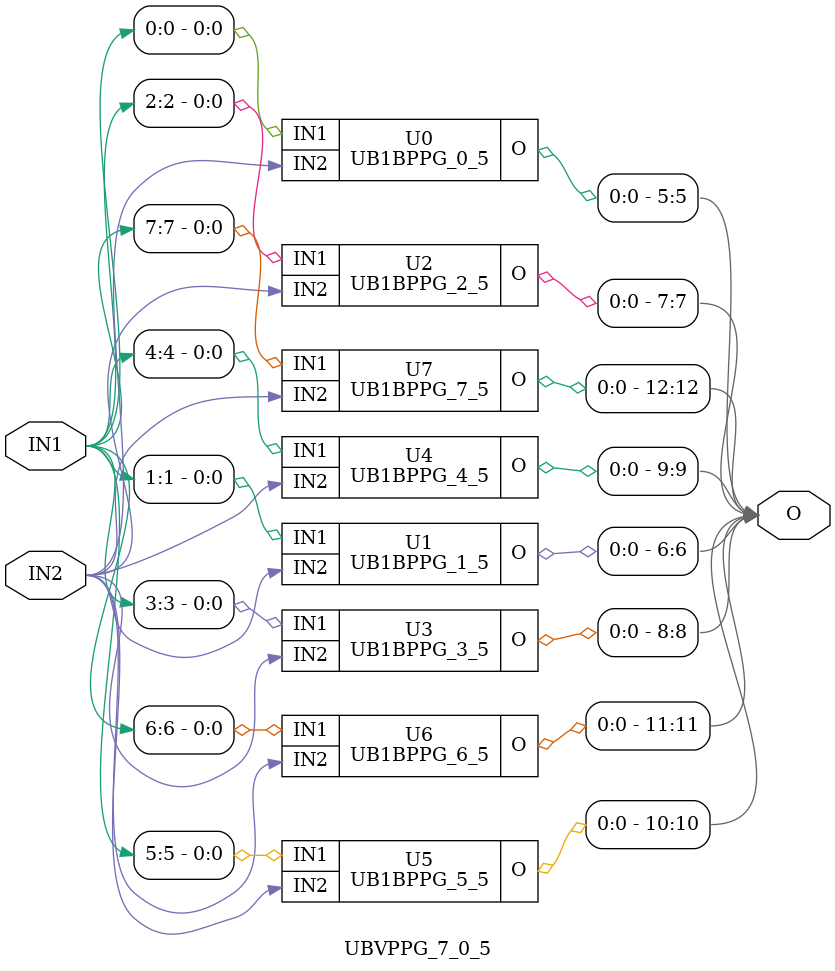
<source format=v>
/*----------------------------------------------------------------------------
  Copyright (c) 2021 Homma laboratory. All rights reserved.

  Top module: Multiplier_7_0_5_000

  Number system: Unsigned binary
  Multiplicand length: 8
  Multiplier length: 6
  Partial product generation: Simple PPG
  Partial product accumulation: Dadda tree
  Final stage addition: Han-Carlson adder
----------------------------------------------------------------------------*/

module UB1BPPG_0_0(O, IN1, IN2);
  output O;
  input IN1;
  input IN2;
  assign O = IN1 & IN2;
endmodule

module UB1BPPG_1_0(O, IN1, IN2);
  output O;
  input IN1;
  input IN2;
  assign O = IN1 & IN2;
endmodule

module UB1BPPG_2_0(O, IN1, IN2);
  output O;
  input IN1;
  input IN2;
  assign O = IN1 & IN2;
endmodule

module UB1BPPG_3_0(O, IN1, IN2);
  output O;
  input IN1;
  input IN2;
  assign O = IN1 & IN2;
endmodule

module UB1BPPG_4_0(O, IN1, IN2);
  output O;
  input IN1;
  input IN2;
  assign O = IN1 & IN2;
endmodule

module UB1BPPG_5_0(O, IN1, IN2);
  output O;
  input IN1;
  input IN2;
  assign O = IN1 & IN2;
endmodule

module UB1BPPG_6_0(O, IN1, IN2);
  output O;
  input IN1;
  input IN2;
  assign O = IN1 & IN2;
endmodule

module UB1BPPG_7_0(O, IN1, IN2);
  output O;
  input IN1;
  input IN2;
  assign O = IN1 & IN2;
endmodule

module UB1BPPG_0_1(O, IN1, IN2);
  output O;
  input IN1;
  input IN2;
  assign O = IN1 & IN2;
endmodule

module UB1BPPG_1_1(O, IN1, IN2);
  output O;
  input IN1;
  input IN2;
  assign O = IN1 & IN2;
endmodule

module UB1BPPG_2_1(O, IN1, IN2);
  output O;
  input IN1;
  input IN2;
  assign O = IN1 & IN2;
endmodule

module UB1BPPG_3_1(O, IN1, IN2);
  output O;
  input IN1;
  input IN2;
  assign O = IN1 & IN2;
endmodule

module UB1BPPG_4_1(O, IN1, IN2);
  output O;
  input IN1;
  input IN2;
  assign O = IN1 & IN2;
endmodule

module UB1BPPG_5_1(O, IN1, IN2);
  output O;
  input IN1;
  input IN2;
  assign O = IN1 & IN2;
endmodule

module UB1BPPG_6_1(O, IN1, IN2);
  output O;
  input IN1;
  input IN2;
  assign O = IN1 & IN2;
endmodule

module UB1BPPG_7_1(O, IN1, IN2);
  output O;
  input IN1;
  input IN2;
  assign O = IN1 & IN2;
endmodule

module UB1BPPG_0_2(O, IN1, IN2);
  output O;
  input IN1;
  input IN2;
  assign O = IN1 & IN2;
endmodule

module UB1BPPG_1_2(O, IN1, IN2);
  output O;
  input IN1;
  input IN2;
  assign O = IN1 & IN2;
endmodule

module UB1BPPG_2_2(O, IN1, IN2);
  output O;
  input IN1;
  input IN2;
  assign O = IN1 & IN2;
endmodule

module UB1BPPG_3_2(O, IN1, IN2);
  output O;
  input IN1;
  input IN2;
  assign O = IN1 & IN2;
endmodule

module UB1BPPG_4_2(O, IN1, IN2);
  output O;
  input IN1;
  input IN2;
  assign O = IN1 & IN2;
endmodule

module UB1BPPG_5_2(O, IN1, IN2);
  output O;
  input IN1;
  input IN2;
  assign O = IN1 & IN2;
endmodule

module UB1BPPG_6_2(O, IN1, IN2);
  output O;
  input IN1;
  input IN2;
  assign O = IN1 & IN2;
endmodule

module UB1BPPG_7_2(O, IN1, IN2);
  output O;
  input IN1;
  input IN2;
  assign O = IN1 & IN2;
endmodule

module UB1BPPG_0_3(O, IN1, IN2);
  output O;
  input IN1;
  input IN2;
  assign O = IN1 & IN2;
endmodule

module UB1BPPG_1_3(O, IN1, IN2);
  output O;
  input IN1;
  input IN2;
  assign O = IN1 & IN2;
endmodule

module UB1BPPG_2_3(O, IN1, IN2);
  output O;
  input IN1;
  input IN2;
  assign O = IN1 & IN2;
endmodule

module UB1BPPG_3_3(O, IN1, IN2);
  output O;
  input IN1;
  input IN2;
  assign O = IN1 & IN2;
endmodule

module UB1BPPG_4_3(O, IN1, IN2);
  output O;
  input IN1;
  input IN2;
  assign O = IN1 & IN2;
endmodule

module UB1BPPG_5_3(O, IN1, IN2);
  output O;
  input IN1;
  input IN2;
  assign O = IN1 & IN2;
endmodule

module UB1BPPG_6_3(O, IN1, IN2);
  output O;
  input IN1;
  input IN2;
  assign O = IN1 & IN2;
endmodule

module UB1BPPG_7_3(O, IN1, IN2);
  output O;
  input IN1;
  input IN2;
  assign O = IN1 & IN2;
endmodule

module UB1BPPG_0_4(O, IN1, IN2);
  output O;
  input IN1;
  input IN2;
  assign O = IN1 & IN2;
endmodule

module UB1BPPG_1_4(O, IN1, IN2);
  output O;
  input IN1;
  input IN2;
  assign O = IN1 & IN2;
endmodule

module UB1BPPG_2_4(O, IN1, IN2);
  output O;
  input IN1;
  input IN2;
  assign O = IN1 & IN2;
endmodule

module UB1BPPG_3_4(O, IN1, IN2);
  output O;
  input IN1;
  input IN2;
  assign O = IN1 & IN2;
endmodule

module UB1BPPG_4_4(O, IN1, IN2);
  output O;
  input IN1;
  input IN2;
  assign O = IN1 & IN2;
endmodule

module UB1BPPG_5_4(O, IN1, IN2);
  output O;
  input IN1;
  input IN2;
  assign O = IN1 & IN2;
endmodule

module UB1BPPG_6_4(O, IN1, IN2);
  output O;
  input IN1;
  input IN2;
  assign O = IN1 & IN2;
endmodule

module UB1BPPG_7_4(O, IN1, IN2);
  output O;
  input IN1;
  input IN2;
  assign O = IN1 & IN2;
endmodule

module UB1BPPG_0_5(O, IN1, IN2);
  output O;
  input IN1;
  input IN2;
  assign O = IN1 & IN2;
endmodule

module UB1BPPG_1_5(O, IN1, IN2);
  output O;
  input IN1;
  input IN2;
  assign O = IN1 & IN2;
endmodule

module UB1BPPG_2_5(O, IN1, IN2);
  output O;
  input IN1;
  input IN2;
  assign O = IN1 & IN2;
endmodule

module UB1BPPG_3_5(O, IN1, IN2);
  output O;
  input IN1;
  input IN2;
  assign O = IN1 & IN2;
endmodule

module UB1BPPG_4_5(O, IN1, IN2);
  output O;
  input IN1;
  input IN2;
  assign O = IN1 & IN2;
endmodule

module UB1BPPG_5_5(O, IN1, IN2);
  output O;
  input IN1;
  input IN2;
  assign O = IN1 & IN2;
endmodule

module UB1BPPG_6_5(O, IN1, IN2);
  output O;
  input IN1;
  input IN2;
  assign O = IN1 & IN2;
endmodule

module UB1BPPG_7_5(O, IN1, IN2);
  output O;
  input IN1;
  input IN2;
  assign O = IN1 & IN2;
endmodule

module UBHA_4(C, S, X, Y);
  output C;
  output S;
  input X;
  input Y;
  assign C = X & Y;
  assign S = X ^ Y;
endmodule

module UBFA_5(C, S, X, Y, Z);
  output C;
  output S;
  input X;
  input Y;
  input Z;
  assign C = ( X & Y ) | ( Y & Z ) | ( Z & X );
  assign S = X ^ Y ^ Z;
endmodule

module UBHA_5(C, S, X, Y);
  output C;
  output S;
  input X;
  input Y;
  assign C = X & Y;
  assign S = X ^ Y;
endmodule

module UBFA_6(C, S, X, Y, Z);
  output C;
  output S;
  input X;
  input Y;
  input Z;
  assign C = ( X & Y ) | ( Y & Z ) | ( Z & X );
  assign S = X ^ Y ^ Z;
endmodule

module UBFA_7(C, S, X, Y, Z);
  output C;
  output S;
  input X;
  input Y;
  input Z;
  assign C = ( X & Y ) | ( Y & Z ) | ( Z & X );
  assign S = X ^ Y ^ Z;
endmodule

module UBFA_8(C, S, X, Y, Z);
  output C;
  output S;
  input X;
  input Y;
  input Z;
  assign C = ( X & Y ) | ( Y & Z ) | ( Z & X );
  assign S = X ^ Y ^ Z;
endmodule

module UBHA_8(C, S, X, Y);
  output C;
  output S;
  input X;
  input Y;
  assign C = X & Y;
  assign S = X ^ Y;
endmodule

module UBFA_9(C, S, X, Y, Z);
  output C;
  output S;
  input X;
  input Y;
  input Z;
  assign C = ( X & Y ) | ( Y & Z ) | ( Z & X );
  assign S = X ^ Y ^ Z;
endmodule

module UB1DCON_0(O, I);
  output O;
  input I;
  assign O = I;
endmodule

module UB1DCON_1(O, I);
  output O;
  input I;
  assign O = I;
endmodule

module UB1DCON_2(O, I);
  output O;
  input I;
  assign O = I;
endmodule

module UB1DCON_3(O, I);
  output O;
  input I;
  assign O = I;
endmodule

module UB1DCON_4(O, I);
  output O;
  input I;
  assign O = I;
endmodule

module UB1DCON_5(O, I);
  output O;
  input I;
  assign O = I;
endmodule

module UB1DCON_9(O, I);
  output O;
  input I;
  assign O = I;
endmodule

module UB1DCON_10(O, I);
  output O;
  input I;
  assign O = I;
endmodule

module UB1DCON_11(O, I);
  output O;
  input I;
  assign O = I;
endmodule

module UB1DCON_12(O, I);
  output O;
  input I;
  assign O = I;
endmodule

module UBHA_3(C, S, X, Y);
  output C;
  output S;
  input X;
  input Y;
  assign C = X & Y;
  assign S = X ^ Y;
endmodule

module UBFA_4(C, S, X, Y, Z);
  output C;
  output S;
  input X;
  input Y;
  input Z;
  assign C = ( X & Y ) | ( Y & Z ) | ( Z & X );
  assign S = X ^ Y ^ Z;
endmodule

module UBFA_10(C, S, X, Y, Z);
  output C;
  output S;
  input X;
  input Y;
  input Z;
  assign C = ( X & Y ) | ( Y & Z ) | ( Z & X );
  assign S = X ^ Y ^ Z;
endmodule

module UB1DCON_6(O, I);
  output O;
  input I;
  assign O = I;
endmodule

module UB1DCON_7(O, I);
  output O;
  input I;
  assign O = I;
endmodule

module UB1DCON_8(O, I);
  output O;
  input I;
  assign O = I;
endmodule

module UBHA_2(C, S, X, Y);
  output C;
  output S;
  input X;
  input Y;
  assign C = X & Y;
  assign S = X ^ Y;
endmodule

module UBFA_3(C, S, X, Y, Z);
  output C;
  output S;
  input X;
  input Y;
  input Z;
  assign C = ( X & Y ) | ( Y & Z ) | ( Z & X );
  assign S = X ^ Y ^ Z;
endmodule

module UBFA_11(C, S, X, Y, Z);
  output C;
  output S;
  input X;
  input Y;
  input Z;
  assign C = ( X & Y ) | ( Y & Z ) | ( Z & X );
  assign S = X ^ Y ^ Z;
endmodule

module GPGenerator(Go, Po, A, B);
  output Go;
  output Po;
  input A;
  input B;
  assign Go = A & B;
  assign Po = A ^ B;
endmodule

module CarryOperator(Go, Po, Gi1, Pi1, Gi2, Pi2);
  output Go;
  output Po;
  input Gi1;
  input Gi2;
  input Pi1;
  input Pi2;
  assign Go = Gi1 | ( Gi2 & Pi1 );
  assign Po = Pi1 & Pi2;
endmodule

module UBPriHCA_12_1(S, X, Y, Cin);
  output [13:1] S;
  input Cin;
  input [12:1] X;
  input [12:1] Y;
  wire [12:1] G0;
  wire [12:1] G1;
  wire [12:1] G2;
  wire [12:1] G3;
  wire [12:1] G4;
  wire [12:1] G5;
  wire [12:1] P0;
  wire [12:1] P1;
  wire [12:1] P2;
  wire [12:1] P3;
  wire [12:1] P4;
  wire [12:1] P5;
  assign P1[1] = P0[1];
  assign G1[1] = G0[1];
  assign P1[3] = P0[3];
  assign G1[3] = G0[3];
  assign P1[5] = P0[5];
  assign G1[5] = G0[5];
  assign P1[7] = P0[7];
  assign G1[7] = G0[7];
  assign P1[9] = P0[9];
  assign G1[9] = G0[9];
  assign P1[11] = P0[11];
  assign G1[11] = G0[11];
  assign P2[1] = P1[1];
  assign G2[1] = G1[1];
  assign P2[2] = P1[2];
  assign G2[2] = G1[2];
  assign P2[3] = P1[3];
  assign G2[3] = G1[3];
  assign P2[5] = P1[5];
  assign G2[5] = G1[5];
  assign P2[7] = P1[7];
  assign G2[7] = G1[7];
  assign P2[9] = P1[9];
  assign G2[9] = G1[9];
  assign P2[11] = P1[11];
  assign G2[11] = G1[11];
  assign P3[1] = P2[1];
  assign G3[1] = G2[1];
  assign P3[2] = P2[2];
  assign G3[2] = G2[2];
  assign P3[3] = P2[3];
  assign G3[3] = G2[3];
  assign P3[4] = P2[4];
  assign G3[4] = G2[4];
  assign P3[5] = P2[5];
  assign G3[5] = G2[5];
  assign P3[7] = P2[7];
  assign G3[7] = G2[7];
  assign P3[9] = P2[9];
  assign G3[9] = G2[9];
  assign P3[11] = P2[11];
  assign G3[11] = G2[11];
  assign P4[1] = P3[1];
  assign G4[1] = G3[1];
  assign P4[2] = P3[2];
  assign G4[2] = G3[2];
  assign P4[3] = P3[3];
  assign G4[3] = G3[3];
  assign P4[4] = P3[4];
  assign G4[4] = G3[4];
  assign P4[5] = P3[5];
  assign G4[5] = G3[5];
  assign P4[6] = P3[6];
  assign G4[6] = G3[6];
  assign P4[7] = P3[7];
  assign G4[7] = G3[7];
  assign P4[8] = P3[8];
  assign G4[8] = G3[8];
  assign P4[9] = P3[9];
  assign G4[9] = G3[9];
  assign P4[11] = P3[11];
  assign G4[11] = G3[11];
  assign P5[1] = P4[1];
  assign G5[1] = G4[1];
  assign P5[2] = P4[2];
  assign G5[2] = G4[2];
  assign P5[4] = P4[4];
  assign G5[4] = G4[4];
  assign P5[6] = P4[6];
  assign G5[6] = G4[6];
  assign P5[8] = P4[8];
  assign G5[8] = G4[8];
  assign P5[10] = P4[10];
  assign G5[10] = G4[10];
  assign P5[12] = P4[12];
  assign G5[12] = G4[12];
  assign S[1] = Cin ^ P0[1];
  assign S[2] = ( G5[1] | ( P5[1] & Cin ) ) ^ P0[2];
  assign S[3] = ( G5[2] | ( P5[2] & Cin ) ) ^ P0[3];
  assign S[4] = ( G5[3] | ( P5[3] & Cin ) ) ^ P0[4];
  assign S[5] = ( G5[4] | ( P5[4] & Cin ) ) ^ P0[5];
  assign S[6] = ( G5[5] | ( P5[5] & Cin ) ) ^ P0[6];
  assign S[7] = ( G5[6] | ( P5[6] & Cin ) ) ^ P0[7];
  assign S[8] = ( G5[7] | ( P5[7] & Cin ) ) ^ P0[8];
  assign S[9] = ( G5[8] | ( P5[8] & Cin ) ) ^ P0[9];
  assign S[10] = ( G5[9] | ( P5[9] & Cin ) ) ^ P0[10];
  assign S[11] = ( G5[10] | ( P5[10] & Cin ) ) ^ P0[11];
  assign S[12] = ( G5[11] | ( P5[11] & Cin ) ) ^ P0[12];
  assign S[13] = G5[12] | ( P5[12] & Cin );
  GPGenerator U0 (G0[1], P0[1], X[1], Y[1]);
  GPGenerator U1 (G0[2], P0[2], X[2], Y[2]);
  GPGenerator U2 (G0[3], P0[3], X[3], Y[3]);
  GPGenerator U3 (G0[4], P0[4], X[4], Y[4]);
  GPGenerator U4 (G0[5], P0[5], X[5], Y[5]);
  GPGenerator U5 (G0[6], P0[6], X[6], Y[6]);
  GPGenerator U6 (G0[7], P0[7], X[7], Y[7]);
  GPGenerator U7 (G0[8], P0[8], X[8], Y[8]);
  GPGenerator U8 (G0[9], P0[9], X[9], Y[9]);
  GPGenerator U9 (G0[10], P0[10], X[10], Y[10]);
  GPGenerator U10 (G0[11], P0[11], X[11], Y[11]);
  GPGenerator U11 (G0[12], P0[12], X[12], Y[12]);
  CarryOperator U12 (G1[2], P1[2], G0[2], P0[2], G0[1], P0[1]);
  CarryOperator U13 (G1[4], P1[4], G0[4], P0[4], G0[3], P0[3]);
  CarryOperator U14 (G1[6], P1[6], G0[6], P0[6], G0[5], P0[5]);
  CarryOperator U15 (G1[8], P1[8], G0[8], P0[8], G0[7], P0[7]);
  CarryOperator U16 (G1[10], P1[10], G0[10], P0[10], G0[9], P0[9]);
  CarryOperator U17 (G1[12], P1[12], G0[12], P0[12], G0[11], P0[11]);
  CarryOperator U18 (G2[4], P2[4], G1[4], P1[4], G1[2], P1[2]);
  CarryOperator U19 (G2[6], P2[6], G1[6], P1[6], G1[4], P1[4]);
  CarryOperator U20 (G2[8], P2[8], G1[8], P1[8], G1[6], P1[6]);
  CarryOperator U21 (G2[10], P2[10], G1[10], P1[10], G1[8], P1[8]);
  CarryOperator U22 (G2[12], P2[12], G1[12], P1[12], G1[10], P1[10]);
  CarryOperator U23 (G3[6], P3[6], G2[6], P2[6], G2[2], P2[2]);
  CarryOperator U24 (G3[8], P3[8], G2[8], P2[8], G2[4], P2[4]);
  CarryOperator U25 (G3[10], P3[10], G2[10], P2[10], G2[6], P2[6]);
  CarryOperator U26 (G3[12], P3[12], G2[12], P2[12], G2[8], P2[8]);
  CarryOperator U27 (G4[10], P4[10], G3[10], P3[10], G3[2], P3[2]);
  CarryOperator U28 (G4[12], P4[12], G3[12], P3[12], G3[4], P3[4]);
  CarryOperator U29 (G5[3], P5[3], G4[3], P4[3], G4[2], P4[2]);
  CarryOperator U30 (G5[5], P5[5], G4[5], P4[5], G4[4], P4[4]);
  CarryOperator U31 (G5[7], P5[7], G4[7], P4[7], G4[6], P4[6]);
  CarryOperator U32 (G5[9], P5[9], G4[9], P4[9], G4[8], P4[8]);
  CarryOperator U33 (G5[11], P5[11], G4[11], P4[11], G4[10], P4[10]);
endmodule

module UBZero_1_1(O);
  output [1:1] O;
  assign O[1] = 0;
endmodule

module Multiplier_7_0_5_000(P, IN1, IN2);
  output [13:0] P;
  input [7:0] IN1;
  input [5:0] IN2;
  wire [13:0] W;
  assign P[0] = W[0];
  assign P[1] = W[1];
  assign P[2] = W[2];
  assign P[3] = W[3];
  assign P[4] = W[4];
  assign P[5] = W[5];
  assign P[6] = W[6];
  assign P[7] = W[7];
  assign P[8] = W[8];
  assign P[9] = W[9];
  assign P[10] = W[10];
  assign P[11] = W[11];
  assign P[12] = W[12];
  assign P[13] = W[13];
  MultUB_STD_DAD_HC000 U0 (W, IN1, IN2);
endmodule

module DADTR_12_0_11_1_1000 (S1, S2, PP0, PP1, PP2, PP3);
  output [12:0] S1;
  output [12:1] S2;
  input [12:0] PP0;
  input [11:1] PP1;
  input [10:2] PP2;
  input [10:3] PP3;
  wire [12:0] W0;
  wire [11:1] W1;
  wire [11:2] W2;
  UBHA_3 U0 (W1[4], W2[3], PP0[3], PP1[3]);
  UBFA_4 U1 (W1[5], W2[4], PP0[4], PP1[4], PP2[4]);
  UBFA_5 U2 (W1[6], W2[5], PP0[5], PP1[5], PP2[5]);
  UBFA_6 U3 (W1[7], W2[6], PP0[6], PP1[6], PP2[6]);
  UBFA_7 U4 (W1[8], W2[7], PP0[7], PP1[7], PP2[7]);
  UBFA_8 U5 (W1[9], W2[8], PP0[8], PP1[8], PP2[8]);
  UBFA_9 U6 (W1[10], W2[9], PP0[9], PP1[9], PP2[9]);
  UBFA_10 U7 (W2[11], W2[10], PP0[10], PP1[10], PP2[10]);
  UBCON_2_0 U8 (W0[2:0], PP0[2:0]);
  UB1DCON_3 U9 (W0[3], PP2[3]);
  UBCON_10_4 U10 (W0[10:4], PP3[10:4]);
  UBCON_12_11 U11 (W0[12:11], PP0[12:11]);
  UBCON_2_1 U12 (W1[2:1], PP1[2:1]);
  UB1DCON_3 U13 (W1[3], PP3[3]);
  UB1DCON_11 U14 (W1[11], PP1[11]);
  UB1DCON_2 U15 (W2[2], PP2[2]);
  DADTR_12_0_11_1_1001 U16 (S1, S2, W0, W1, W2);
endmodule

module DADTR_12_0_11_1_1001 (S1, S2, PP0, PP1, PP2);
  output [12:0] S1;
  output [12:1] S2;
  input [12:0] PP0;
  input [11:1] PP1;
  input [11:2] PP2;
  wire [12:0] W0;
  wire [12:1] W1;
  UBHA_2 U0 (W0[3], W1[2], PP0[2], PP1[2]);
  UBFA_3 U1 (W0[4], W1[3], PP0[3], PP1[3], PP2[3]);
  UBFA_4 U2 (W0[5], W1[4], PP0[4], PP1[4], PP2[4]);
  UBFA_5 U3 (W0[6], W1[5], PP0[5], PP1[5], PP2[5]);
  UBFA_6 U4 (W0[7], W1[6], PP0[6], PP1[6], PP2[6]);
  UBFA_7 U5 (W0[8], W1[7], PP0[7], PP1[7], PP2[7]);
  UBFA_8 U6 (W0[9], W1[8], PP0[8], PP1[8], PP2[8]);
  UBFA_9 U7 (W0[10], W1[9], PP0[9], PP1[9], PP2[9]);
  UBFA_10 U8 (W0[11], W1[10], PP0[10], PP1[10], PP2[10]);
  UBFA_11 U9 (W1[12], W1[11], PP0[11], PP1[11], PP2[11]);
  UBCON_1_0 U10 (W0[1:0], PP0[1:0]);
  UB1DCON_2 U11 (W0[2], PP2[2]);
  UB1DCON_12 U12 (W0[12], PP0[12]);
  UB1DCON_1 U13 (W1[1], PP1[1]);
  DADTR_12_0_12_1 U14 (S1, S2, W0, W1);
endmodule

module DADTR_12_0_12_1 (S1, S2, PP0, PP1);
  output [12:0] S1;
  output [12:1] S2;
  input [12:0] PP0;
  input [12:1] PP1;
  UBCON_12_0 U0 (S1, PP0);
  UBCON_12_1 U1 (S2, PP1);
endmodule

module DADTR_7_0_8_1_9_2000 (S1, S2, PP0, PP1, PP2, PP3, PP4, PP5);
  output [12:0] S1;
  output [12:1] S2;
  input [7:0] PP0;
  input [8:1] PP1;
  input [9:2] PP2;
  input [10:3] PP3;
  input [11:4] PP4;
  input [12:5] PP5;
  wire [12:0] W0;
  wire [11:1] W1;
  wire [10:2] W2;
  wire [10:3] W3;
  UBHA_4 U0 (W1[5], W3[4], PP0[4], PP1[4]);
  UBFA_5 U1 (W0[6], W2[5], PP0[5], PP1[5], PP2[5]);
  UBHA_5 U2 (W1[6], W3[5], PP3[5], PP4[5]);
  UBFA_6 U3 (W0[7], W2[6], PP0[6], PP1[6], PP2[6]);
  UBFA_6 U4 (W1[7], W3[6], PP3[6], PP4[6], PP5[6]);
  UBFA_7 U5 (W0[8], W2[7], PP0[7], PP1[7], PP2[7]);
  UBFA_7 U6 (W1[8], W3[7], PP3[7], PP4[7], PP5[7]);
  UBFA_8 U7 (W1[9], W2[8], PP1[8], PP2[8], PP3[8]);
  UBHA_8 U8 (W2[9], W3[8], PP4[8], PP5[8]);
  UBFA_9 U9 (W3[10], W3[9], PP2[9], PP3[9], PP4[9]);
  UBCON_3_0 U10 (W0[3:0], PP0[3:0]);
  UB1DCON_4 U11 (W0[4], PP2[4]);
  UB1DCON_5 U12 (W0[5], PP5[5]);
  UB1DCON_9 U13 (W0[9], PP5[9]);
  UB1DCON_10 U14 (W0[10], PP3[10]);
  UB1DCON_11 U15 (W0[11], PP4[11]);
  UB1DCON_12 U16 (W0[12], PP5[12]);
  UBCON_3_1 U17 (W1[3:1], PP1[3:1]);
  UB1DCON_4 U18 (W1[4], PP3[4]);
  UB1DCON_10 U19 (W1[10], PP4[10]);
  UB1DCON_11 U20 (W1[11], PP5[11]);
  UBCON_3_2 U21 (W2[3:2], PP2[3:2]);
  UB1DCON_4 U22 (W2[4], PP4[4]);
  UB1DCON_10 U23 (W2[10], PP5[10]);
  UB1DCON_3 U24 (W3[3], PP3[3]);
  DADTR_12_0_11_1_1000 U25 (S1, S2, W0, W1, W2, W3);
endmodule

module MultUB_STD_DAD_HC000 (P, IN1, IN2);
  output [13:0] P;
  input [7:0] IN1;
  input [5:0] IN2;
  wire [7:0] PP0;
  wire [8:1] PP1;
  wire [9:2] PP2;
  wire [10:3] PP3;
  wire [11:4] PP4;
  wire [12:5] PP5;
  wire [12:0] S1;
  wire [12:1] S2;
  UBPPG_7_0_5_0 U0 (PP0, PP1, PP2, PP3, PP4, PP5, IN1, IN2);
  DADTR_7_0_8_1_9_2000 U1 (S1, S2, PP0, PP1, PP2, PP3, PP4, PP5);
  UBHCA_12_0_12_1 U2 (P, S1, S2);
endmodule

module UBCON_10_4 (O, I);
  output [10:4] O;
  input [10:4] I;
  UB1DCON_4 U0 (O[4], I[4]);
  UB1DCON_5 U1 (O[5], I[5]);
  UB1DCON_6 U2 (O[6], I[6]);
  UB1DCON_7 U3 (O[7], I[7]);
  UB1DCON_8 U4 (O[8], I[8]);
  UB1DCON_9 U5 (O[9], I[9]);
  UB1DCON_10 U6 (O[10], I[10]);
endmodule

module UBCON_12_0 (O, I);
  output [12:0] O;
  input [12:0] I;
  UB1DCON_0 U0 (O[0], I[0]);
  UB1DCON_1 U1 (O[1], I[1]);
  UB1DCON_2 U2 (O[2], I[2]);
  UB1DCON_3 U3 (O[3], I[3]);
  UB1DCON_4 U4 (O[4], I[4]);
  UB1DCON_5 U5 (O[5], I[5]);
  UB1DCON_6 U6 (O[6], I[6]);
  UB1DCON_7 U7 (O[7], I[7]);
  UB1DCON_8 U8 (O[8], I[8]);
  UB1DCON_9 U9 (O[9], I[9]);
  UB1DCON_10 U10 (O[10], I[10]);
  UB1DCON_11 U11 (O[11], I[11]);
  UB1DCON_12 U12 (O[12], I[12]);
endmodule

module UBCON_12_1 (O, I);
  output [12:1] O;
  input [12:1] I;
  UB1DCON_1 U0 (O[1], I[1]);
  UB1DCON_2 U1 (O[2], I[2]);
  UB1DCON_3 U2 (O[3], I[3]);
  UB1DCON_4 U3 (O[4], I[4]);
  UB1DCON_5 U4 (O[5], I[5]);
  UB1DCON_6 U5 (O[6], I[6]);
  UB1DCON_7 U6 (O[7], I[7]);
  UB1DCON_8 U7 (O[8], I[8]);
  UB1DCON_9 U8 (O[9], I[9]);
  UB1DCON_10 U9 (O[10], I[10]);
  UB1DCON_11 U10 (O[11], I[11]);
  UB1DCON_12 U11 (O[12], I[12]);
endmodule

module UBCON_12_11 (O, I);
  output [12:11] O;
  input [12:11] I;
  UB1DCON_11 U0 (O[11], I[11]);
  UB1DCON_12 U1 (O[12], I[12]);
endmodule

module UBCON_1_0 (O, I);
  output [1:0] O;
  input [1:0] I;
  UB1DCON_0 U0 (O[0], I[0]);
  UB1DCON_1 U1 (O[1], I[1]);
endmodule

module UBCON_2_0 (O, I);
  output [2:0] O;
  input [2:0] I;
  UB1DCON_0 U0 (O[0], I[0]);
  UB1DCON_1 U1 (O[1], I[1]);
  UB1DCON_2 U2 (O[2], I[2]);
endmodule

module UBCON_2_1 (O, I);
  output [2:1] O;
  input [2:1] I;
  UB1DCON_1 U0 (O[1], I[1]);
  UB1DCON_2 U1 (O[2], I[2]);
endmodule

module UBCON_3_0 (O, I);
  output [3:0] O;
  input [3:0] I;
  UB1DCON_0 U0 (O[0], I[0]);
  UB1DCON_1 U1 (O[1], I[1]);
  UB1DCON_2 U2 (O[2], I[2]);
  UB1DCON_3 U3 (O[3], I[3]);
endmodule

module UBCON_3_1 (O, I);
  output [3:1] O;
  input [3:1] I;
  UB1DCON_1 U0 (O[1], I[1]);
  UB1DCON_2 U1 (O[2], I[2]);
  UB1DCON_3 U2 (O[3], I[3]);
endmodule

module UBCON_3_2 (O, I);
  output [3:2] O;
  input [3:2] I;
  UB1DCON_2 U0 (O[2], I[2]);
  UB1DCON_3 U1 (O[3], I[3]);
endmodule

module UBHCA_12_0_12_1 (S, X, Y);
  output [13:0] S;
  input [12:0] X;
  input [12:1] Y;
  UBPureHCA_12_1 U0 (S[13:1], X[12:1], Y[12:1]);
  UB1DCON_0 U1 (S[0], X[0]);
endmodule

module UBPPG_7_0_5_0 (PP0, PP1, PP2, PP3, PP4, PP5, IN1, IN2);
  output [7:0] PP0;
  output [8:1] PP1;
  output [9:2] PP2;
  output [10:3] PP3;
  output [11:4] PP4;
  output [12:5] PP5;
  input [7:0] IN1;
  input [5:0] IN2;
  UBVPPG_7_0_0 U0 (PP0, IN1, IN2[0]);
  UBVPPG_7_0_1 U1 (PP1, IN1, IN2[1]);
  UBVPPG_7_0_2 U2 (PP2, IN1, IN2[2]);
  UBVPPG_7_0_3 U3 (PP3, IN1, IN2[3]);
  UBVPPG_7_0_4 U4 (PP4, IN1, IN2[4]);
  UBVPPG_7_0_5 U5 (PP5, IN1, IN2[5]);
endmodule

module UBPureHCA_12_1 (S, X, Y);
  output [13:1] S;
  input [12:1] X;
  input [12:1] Y;
  wire C;
  UBPriHCA_12_1 U0 (S, X, Y, C);
  UBZero_1_1 U1 (C);
endmodule

module UBVPPG_7_0_0 (O, IN1, IN2);
  output [7:0] O;
  input [7:0] IN1;
  input IN2;
  UB1BPPG_0_0 U0 (O[0], IN1[0], IN2);
  UB1BPPG_1_0 U1 (O[1], IN1[1], IN2);
  UB1BPPG_2_0 U2 (O[2], IN1[2], IN2);
  UB1BPPG_3_0 U3 (O[3], IN1[3], IN2);
  UB1BPPG_4_0 U4 (O[4], IN1[4], IN2);
  UB1BPPG_5_0 U5 (O[5], IN1[5], IN2);
  UB1BPPG_6_0 U6 (O[6], IN1[6], IN2);
  UB1BPPG_7_0 U7 (O[7], IN1[7], IN2);
endmodule

module UBVPPG_7_0_1 (O, IN1, IN2);
  output [8:1] O;
  input [7:0] IN1;
  input IN2;
  UB1BPPG_0_1 U0 (O[1], IN1[0], IN2);
  UB1BPPG_1_1 U1 (O[2], IN1[1], IN2);
  UB1BPPG_2_1 U2 (O[3], IN1[2], IN2);
  UB1BPPG_3_1 U3 (O[4], IN1[3], IN2);
  UB1BPPG_4_1 U4 (O[5], IN1[4], IN2);
  UB1BPPG_5_1 U5 (O[6], IN1[5], IN2);
  UB1BPPG_6_1 U6 (O[7], IN1[6], IN2);
  UB1BPPG_7_1 U7 (O[8], IN1[7], IN2);
endmodule

module UBVPPG_7_0_2 (O, IN1, IN2);
  output [9:2] O;
  input [7:0] IN1;
  input IN2;
  UB1BPPG_0_2 U0 (O[2], IN1[0], IN2);
  UB1BPPG_1_2 U1 (O[3], IN1[1], IN2);
  UB1BPPG_2_2 U2 (O[4], IN1[2], IN2);
  UB1BPPG_3_2 U3 (O[5], IN1[3], IN2);
  UB1BPPG_4_2 U4 (O[6], IN1[4], IN2);
  UB1BPPG_5_2 U5 (O[7], IN1[5], IN2);
  UB1BPPG_6_2 U6 (O[8], IN1[6], IN2);
  UB1BPPG_7_2 U7 (O[9], IN1[7], IN2);
endmodule

module UBVPPG_7_0_3 (O, IN1, IN2);
  output [10:3] O;
  input [7:0] IN1;
  input IN2;
  UB1BPPG_0_3 U0 (O[3], IN1[0], IN2);
  UB1BPPG_1_3 U1 (O[4], IN1[1], IN2);
  UB1BPPG_2_3 U2 (O[5], IN1[2], IN2);
  UB1BPPG_3_3 U3 (O[6], IN1[3], IN2);
  UB1BPPG_4_3 U4 (O[7], IN1[4], IN2);
  UB1BPPG_5_3 U5 (O[8], IN1[5], IN2);
  UB1BPPG_6_3 U6 (O[9], IN1[6], IN2);
  UB1BPPG_7_3 U7 (O[10], IN1[7], IN2);
endmodule

module UBVPPG_7_0_4 (O, IN1, IN2);
  output [11:4] O;
  input [7:0] IN1;
  input IN2;
  UB1BPPG_0_4 U0 (O[4], IN1[0], IN2);
  UB1BPPG_1_4 U1 (O[5], IN1[1], IN2);
  UB1BPPG_2_4 U2 (O[6], IN1[2], IN2);
  UB1BPPG_3_4 U3 (O[7], IN1[3], IN2);
  UB1BPPG_4_4 U4 (O[8], IN1[4], IN2);
  UB1BPPG_5_4 U5 (O[9], IN1[5], IN2);
  UB1BPPG_6_4 U6 (O[10], IN1[6], IN2);
  UB1BPPG_7_4 U7 (O[11], IN1[7], IN2);
endmodule

module UBVPPG_7_0_5 (O, IN1, IN2);
  output [12:5] O;
  input [7:0] IN1;
  input IN2;
  UB1BPPG_0_5 U0 (O[5], IN1[0], IN2);
  UB1BPPG_1_5 U1 (O[6], IN1[1], IN2);
  UB1BPPG_2_5 U2 (O[7], IN1[2], IN2);
  UB1BPPG_3_5 U3 (O[8], IN1[3], IN2);
  UB1BPPG_4_5 U4 (O[9], IN1[4], IN2);
  UB1BPPG_5_5 U5 (O[10], IN1[5], IN2);
  UB1BPPG_6_5 U6 (O[11], IN1[6], IN2);
  UB1BPPG_7_5 U7 (O[12], IN1[7], IN2);
endmodule


</source>
